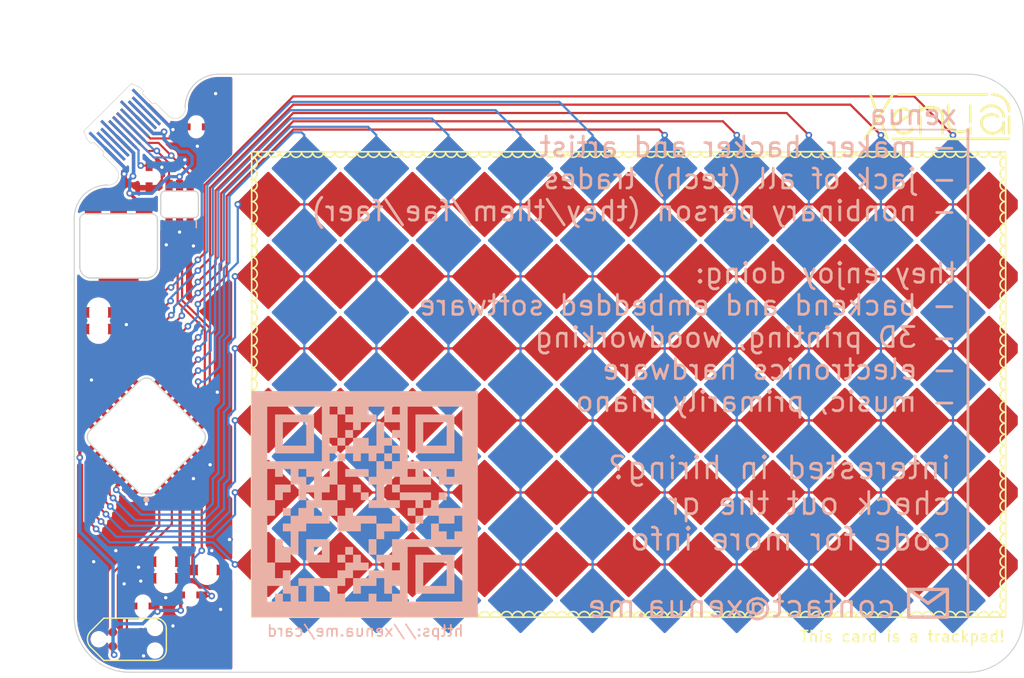
<source format=kicad_pcb>
(kicad_pcb (version 20211014) (generator pcbnew)

  (general
    (thickness 0.6)
  )

  (paper "A4")
  (layers
    (0 "F.Cu" signal)
    (31 "B.Cu" signal)
    (32 "B.Adhes" user "B.Adhesive")
    (33 "F.Adhes" user "F.Adhesive")
    (34 "B.Paste" user)
    (35 "F.Paste" user)
    (36 "B.SilkS" user "B.Silkscreen")
    (37 "F.SilkS" user "F.Silkscreen")
    (38 "B.Mask" user)
    (39 "F.Mask" user)
    (40 "Dwgs.User" user "User.Drawings")
    (41 "Cmts.User" user "User.Comments")
    (42 "Eco1.User" user "User.Eco1")
    (43 "Eco2.User" user "User.Eco2")
    (44 "Edge.Cuts" user)
    (45 "Margin" user)
    (46 "B.CrtYd" user "B.Courtyard")
    (47 "F.CrtYd" user "F.Courtyard")
    (48 "B.Fab" user)
    (49 "F.Fab" user)
    (50 "User.1" user)
    (51 "User.2" user)
    (52 "User.3" user)
    (53 "User.4" user)
    (54 "User.5" user)
    (55 "User.6" user)
    (56 "User.7" user)
    (57 "User.8" user)
    (58 "User.9" user)
  )

  (setup
    (stackup
      (layer "F.SilkS" (type "Top Silk Screen") (color "White"))
      (layer "F.Paste" (type "Top Solder Paste"))
      (layer "F.Mask" (type "Top Solder Mask") (color "Black") (thickness 0.01))
      (layer "F.Cu" (type "copper") (thickness 0.035))
      (layer "dielectric 1" (type "core") (thickness 0.51) (material "FR4") (epsilon_r 4.5) (loss_tangent 0.02))
      (layer "B.Cu" (type "copper") (thickness 0.035))
      (layer "B.Mask" (type "Bottom Solder Mask") (color "Black") (thickness 0.01))
      (layer "B.Paste" (type "Bottom Solder Paste"))
      (layer "B.SilkS" (type "Bottom Silk Screen") (color "White"))
      (copper_finish "HAL lead-free")
      (dielectric_constraints no)
    )
    (pad_to_mask_clearance 0)
    (pcbplotparams
      (layerselection 0x00010fc_ffffffff)
      (disableapertmacros false)
      (usegerberextensions false)
      (usegerberattributes true)
      (usegerberadvancedattributes true)
      (creategerberjobfile true)
      (svguseinch false)
      (svgprecision 6)
      (excludeedgelayer true)
      (plotframeref false)
      (viasonmask false)
      (mode 1)
      (useauxorigin false)
      (hpglpennumber 1)
      (hpglpenspeed 20)
      (hpglpendiameter 15.000000)
      (dxfpolygonmode true)
      (dxfimperialunits true)
      (dxfusepcbnewfont true)
      (psnegative false)
      (psa4output false)
      (plotreference true)
      (plotvalue true)
      (plotinvisibletext false)
      (sketchpadsonfab false)
      (subtractmaskfromsilk false)
      (outputformat 1)
      (mirror false)
      (drillshape 1)
      (scaleselection 1)
      (outputdirectory "")
    )
  )

  (net 0 "")
  (net 1 "GND")
  (net 2 "Net-(C2-Pad2)")
  (net 3 "+3V3")
  (net 4 "unconnected-(J1-PadB8)")
  (net 5 "/DM")
  (net 6 "/DP")
  (net 7 "Net-(J1-PadB5)")
  (net 8 "VBUS")
  (net 9 "Net-(J1-PadA5)")
  (net 10 "unconnected-(J1-PadA8)")
  (net 11 "/SWDIO")
  (net 12 "/RST")
  (net 13 "/SWCLK")
  (net 14 "unconnected-(J2-Pad6)")
  (net 15 "/USBD+")
  (net 16 "/USBD-")
  (net 17 "unconnected-(U3-Pad1)")
  (net 18 "unconnected-(U3-Pad2)")
  (net 19 "/Y0")
  (net 20 "/Y1")
  (net 21 "/Y2")
  (net 22 "/Y3")
  (net 23 "/Y4")
  (net 24 "/Y5")
  (net 25 "/X0")
  (net 26 "/X1")
  (net 27 "/X2")
  (net 28 "/X3")
  (net 29 "unconnected-(U3-Pad15)")
  (net 30 "unconnected-(U3-Pad16)")
  (net 31 "/X4")
  (net 32 "/X5")
  (net 33 "/X6")
  (net 34 "/X7")
  (net 35 "/X10")
  (net 36 "/X11")
  (net 37 "unconnected-(U3-Pad25)")
  (net 38 "unconnected-(U3-Pad27)")

  (footprint "xenua:SOT-223-3_TabPin2_MidMount" (layer "F.Cu") (at 104 115.5 -90))

  (footprint "xenua:SOT-23-6_MidMount" (layer "F.Cu") (at 109.5 111.75 90))

  (footprint "xenua:0603_1608Metric_Pad1.08x0.95mm_MidMount" (layer "F.Cu") (at 102.2 123))

  (footprint "xenua:sig-medium" (layer "F.Cu") (at 171.315002 105.834999))

  (footprint "xenua:0402_1005Metric_Pad0.74x0.62mm_MidMount" (layer "F.Cu") (at 106.2 148 180))

  (footprint "xenua:USB_C_PCB" (layer "F.Cu") (at 103 103 45))

  (footprint "xenua:0402_1005Metric_Pad0.74x0.62mm_MidMount" (layer "F.Cu") (at 111 104.75))

  (footprint "xenua:0603_1608Metric_Pad1.08x0.95mm_MidMount" (layer "F.Cu") (at 108.25 144 180))

  (footprint "xenua:0603_1608Metric_Pad1.08x0.95mm_MidMount" (layer "F.Cu") (at 102.2 121.5))

  (footprint "xenua:0603_1608Metric_Pad1.08x0.95mm_MidMount" (layer "F.Cu") (at 112 144.75 180))

  (footprint "xenua:LQFP-32_7x7mm_P0.8mm_midmount" (layer "F.Cu") (at 106.5 132.75 135))

  (footprint "xenua:0402_1005Metric_Pad0.74x0.62mm_MidMount" (layer "F.Cu") (at 110.5 147 180))

  (footprint "xenua:0402_1005Metric_Pad0.74x0.62mm_MidMount" (layer "F.Cu") (at 106.75 109.25 90))

  (footprint "xenua:0603_1608Metric_Pad1.08x0.95mm_MidMount" (layer "F.Cu") (at 108.25 145.5 180))

  (footprint "xenua:TC2030" (layer "F.Cu") (at 104.75 151))

  (gr_poly
    (pts
      (xy 125.848275 138.448276)
      (xy 125.848275 137.744828)
      (xy 126.551724 137.744828)
      (xy 126.551724 138.448276)
    ) (layer "B.SilkS") (width 0) (fill solid) (tstamp 03c7a2b2-05ee-4ec6-a67d-44b0d8e9e513))
  (gr_poly
    (pts
      (xy 132.882757 138.448276)
      (xy 132.882757 137.744828)
      (xy 133.586205 137.744828)
      (xy 133.586205 138.448276)
    ) (layer "B.SilkS") (width 0) (fill solid) (tstamp 0ea978d5-cdf1-4d51-bed3-107e990e40ed))
  (gr_line (start 177 147.75) (end 175.25 146.5) (layer "B.SilkS") (width 0.3) (tstamp 17c31e22-52e9-4d92-92dc-6367e41b9ce7))
  (gr_poly
    (pts
      (xy 116 149)
      (xy 116 128.600002)
      (xy 117.406897 128.600002)
      (xy 117.406897 130.006898)
      (xy 117.406897 134.931036)
      (xy 117.406897 135.634484)
      (xy 117.406897 138.448276)
      (xy 118.110346 138.448276)
      (xy 118.110346 137.04138)
      (xy 119.517243 137.04138)
      (xy 119.517243 137.744828)
      (xy 118.813793 137.744828)
      (xy 118.813793 138.448276)
      (xy 118.110346 138.448276)
      (xy 118.110346 139.855173)
      (xy 117.406897 139.855173)
      (xy 117.406897 144.075862)
      (xy 117.406897 146.186207)
      (xy 117.406897 147.593103)
      (xy 118.110346 147.593103)
      (xy 118.110346 146.889654)
      (xy 118.813793 146.889654)
      (xy 118.813793 147.593103)
      (xy 119.517243 147.593103)
      (xy 119.517243 146.889654)
      (xy 118.813793 146.889654)
      (xy 118.813793 146.186207)
      (xy 117.406897 146.186207)
      (xy 117.406897 144.075862)
      (xy 118.110346 144.075862)
      (xy 118.110346 141.965518)
      (xy 118.813793 141.965518)
      (xy 118.813793 142.668966)
      (xy 119.517243 142.668966)
      (xy 119.517243 141.262069)
      (xy 118.813793 141.262069)
      (xy 118.813793 140.558621)
      (xy 119.517243 140.558621)
      (xy 119.517243 139.855173)
      (xy 120.22069 139.855173)
      (xy 120.22069 139.151725)
      (xy 120.924138 139.151725)
      (xy 120.924138 138.448276)
      (xy 120.22069 138.448276)
      (xy 120.22069 137.04138)
      (xy 119.517243 137.04138)
      (xy 119.517243 135.634484)
      (xy 118.813793 135.634484)
      (xy 118.813793 136.337932)
      (xy 118.110346 136.337932)
      (xy 118.110346 135.634484)
      (xy 117.406897 135.634484)
      (xy 117.406897 134.931036)
      (xy 120.22069 134.931036)
      (xy 120.22069 135.634484)
      (xy 120.22069 136.337932)
      (xy 120.924138 136.337932)
      (xy 120.924138 137.04138)
      (xy 120.924138 137.744828)
      (xy 120.924138 138.448276)
      (xy 121.627587 138.448276)
      (xy 121.627587 139.151725)
      (xy 121.627587 139.855173)
      (xy 122.331034 139.855173)
      (xy 122.331034 139.151725)
      (xy 121.627587 139.151725)
      (xy 121.627587 138.448276)
      (xy 121.627587 137.744828)
      (xy 120.924138 137.744828)
      (xy 120.924138 137.04138)
      (xy 121.627587 137.04138)
      (xy 121.627587 136.337932)
      (xy 120.924138 136.337932)
      (xy 120.924138 135.634484)
      (xy 120.22069 135.634484)
      (xy 120.22069 134.931036)
      (xy 122.331034 134.931036)
      (xy 122.331034 135.634484)
      (xy 122.331034 136.337932)
      (xy 123.034482 136.337932)
      (xy 123.034482 137.04138)
      (xy 123.034482 137.744828)
      (xy 122.331034 137.744828)
      (xy 122.331034 138.448276)
      (xy 123.034482 138.448276)
      (xy 123.034482 139.855173)
      (xy 123.034482 140.558621)
      (xy 120.924138 140.558621)
      (xy 120.924138 141.262069)
      (xy 120.22069 141.262069)
      (xy 120.22069 143.372413)
      (xy 119.517243 143.372413)
      (xy 119.517243 144.075862)
      (xy 118.110346 144.075862)
      (xy 118.110346 145.482757)
      (xy 118.813793 145.482757)
      (xy 118.813793 144.77931)
      (xy 119.517243 144.77931)
      (xy 119.517243 146.186207)
      (xy 120.22069 146.186207)
      (xy 120.22069 147.593103)
      (xy 120.924138 147.593103)
      (xy 120.924138 146.186207)
      (xy 120.22069 146.186207)
      (xy 120.22069 145.482757)
      (xy 121.627587 145.482757)
      (xy 121.627587 146.186207)
      (xy 121.627587 147.593103)
      (xy 123.034482 147.593103)
      (xy 123.034482 146.186207)
      (xy 121.627587 146.186207)
      (xy 121.627587 145.482757)
      (xy 123.737931 145.482757)
      (xy 123.737931 144.77931)
      (xy 124.441379 144.77931)
      (xy 124.441379 145.482757)
      (xy 124.441379 146.186207)
      (xy 123.737931 146.186207)
      (xy 123.737931 146.889654)
      (xy 124.441379 146.889654)
      (xy 124.441379 147.593103)
      (xy 126.551724 147.593103)
      (xy 126.551724 146.889654)
      (xy 127.255172 146.889654)
      (xy 127.255172 147.593103)
      (xy 128.662068 147.593103)
      (xy 128.662068 146.889654)
      (xy 127.95862 146.889654)
      (xy 127.95862 145.482757)
      (xy 127.255172 145.482757)
      (xy 127.255172 146.186207)
      (xy 125.848275 146.186207)
      (xy 125.848275 146.889654)
      (xy 125.144827 146.889654)
      (xy 125.144827 145.482757)
      (xy 124.441379 145.482757)
      (xy 124.441379 144.77931)
      (xy 124.441379 144.075862)
      (xy 123.737931 144.075862)
      (xy 123.737931 143.372413)
      (xy 124.441379 143.372413)
      (xy 124.441379 144.075862)
      (xy 125.144827 144.075862)
      (xy 125.144827 144.77931)
      (xy 125.144827 145.482757)
      (xy 126.551724 145.482757)
      (xy 126.551724 144.77931)
      (xy 125.144827 144.77931)
      (xy 125.144827 144.075862)
      (xy 125.144827 143.372413)
      (xy 124.441379 143.372413)
      (xy 124.441379 142.668966)
      (xy 125.144827 142.668966)
      (xy 125.144827 143.372413)
      (xy 125.848275 143.372413)
      (xy 125.848275 144.075862)
      (xy 126.551724 144.075862)
      (xy 126.551724 144.77931)
      (xy 127.95862 144.77931)
      (xy 127.95862 144.075862)
      (xy 127.255172 144.075862)
      (xy 127.255172 143.372413)
      (xy 126.551724 143.372413)
      (xy 126.551724 141.965518)
      (xy 127.255172 141.965518)
      (xy 127.255172 140.558621)
      (xy 125.848275 140.558621)
      (xy 125.848275 141.262069)
      (xy 123.737931 141.262069)
      (xy 123.737931 139.855173)
      (xy 123.034482 139.855173)
      (xy 123.034482 138.448276)
      (xy 123.737931 138.448276)
      (xy 123.737931 137.04138)
      (xy 123.034482 137.04138)
      (xy 123.034482 136.337932)
      (xy 123.034482 135.634484)
      (xy 122.331034 135.634484)
      (xy 122.331034 134.931036)
      (xy 122.331034 130.006898)
      (xy 117.406897 130.006898)
      (xy 117.406897 128.600002)
      (xy 123.034482 128.600002)
      (xy 123.034482 130.006898)
      (xy 123.034482 130.710346)
      (xy 123.034482 132.820691)
      (xy 123.034482 133.524139)
      (xy 123.034482 134.227587)
      (xy 123.034482 134.931036)
      (xy 123.737931 134.931036)
      (xy 123.737931 134.227587)
      (xy 123.034482 134.227587)
      (xy 123.034482 133.524139)
      (xy 123.737931 133.524139)
      (xy 123.737931 134.227587)
      (xy 124.441379 134.227587)
      (xy 124.441379 134.931036)
      (xy 123.737931 134.931036)
      (xy 123.737931 137.04138)
      (xy 124.441379 137.04138)
      (xy 124.441379 138.448276)
      (xy 123.737931 138.448276)
      (xy 123.737931 139.855173)
      (xy 124.441379 139.855173)
      (xy 124.441379 139.151725)
      (xy 125.144827 139.151725)
      (xy 125.144827 139.855173)
      (xy 127.255172 139.855173)
      (xy 127.255172 140.558621)
      (xy 128.662068 140.558621)
      (xy 128.662068 139.855173)
      (xy 129.365516 139.855173)
      (xy 129.365516 141.262069)
      (xy 127.95862 141.262069)
      (xy 127.95862 141.965518)
      (xy 127.255172 141.965518)
      (xy 127.255172 143.372413)
      (xy 128.662068 143.372413)
      (xy 128.662068 144.075862)
      (xy 128.662068 144.77931)
      (xy 128.662068 146.186207)
      (xy 128.662068 146.889654)
      (xy 129.365516 146.889654)
      (xy 129.365516 146.186207)
      (xy 128.662068 146.186207)
      (xy 128.662068 144.77931)
      (xy 129.365516 144.77931)
      (xy 129.365516 144.075862)
      (xy 128.662068 144.075862)
      (xy 128.662068 143.372413)
      (xy 128.662068 141.965518)
      (xy 130.068964 141.965518)
      (xy 130.068964 142.668966)
      (xy 130.068964 147.593103)
      (xy 134.993102 147.593103)
      (xy 134.993102 142.668966)
      (xy 130.068964 142.668966)
      (xy 130.068964 141.965518)
      (xy 132.179309 141.965518)
      (xy 132.179309 140.558621)
      (xy 132.882757 140.558621)
      (xy 132.882757 139.855173)
      (xy 131.475861 139.855173)
      (xy 131.475861 140.558621)
      (xy 130.772413 140.558621)
      (xy 130.772413 139.855173)
      (xy 130.068964 139.855173)
      (xy 130.068964 139.151725)
      (xy 130.772413 139.151725)
      (xy 130.772413 139.855173)
      (xy 131.475861 139.855173)
      (xy 131.475861 139.151725)
      (xy 130.772413 139.151725)
      (xy 130.772413 138.448276)
      (xy 129.365516 138.448276)
      (xy 129.365516 139.151725)
      (xy 126.551724 139.151725)
      (xy 126.551724 138.448276)
      (xy 127.255172 138.448276)
      (xy 127.255172 137.04138)
      (xy 126.551724 137.04138)
      (xy 126.551724 136.337932)
      (xy 127.255172 136.337932)
      (xy 127.255172 134.931036)
      (xy 126.551724 134.931036)
      (xy 126.551724 134.227587)
      (xy 125.848275 134.227587)
      (xy 125.848275 134.931036)
      (xy 125.144827 134.931036)
      (xy 125.144827 134.227587)
      (xy 124.441379 134.227587)
      (xy 124.441379 133.524139)
      (xy 123.737931 133.524139)
      (xy 123.737931 132.820691)
      (xy 123.034482 132.820691)
      (xy 123.034482 130.710346)
      (xy 123.737931 130.710346)
      (xy 123.737931 132.820691)
      (xy 124.441379 132.820691)
      (xy 124.441379 133.524139)
      (xy 125.144827 133.524139)
      (xy 125.144827 132.820691)
      (xy 124.441379 132.820691)
      (xy 124.441379 132.117243)
      (xy 125.144827 132.117243)
      (xy 125.144827 131.413795)
      (xy 124.441379 131.413795)
      (xy 124.441379 130.710346)
      (xy 123.737931 130.710346)
      (xy 123.737931 130.006898)
      (xy 123.034482 130.006898)
      (xy 123.034482 128.600002)
      (xy 124.441379 128.600002)
      (xy 124.441379 130.006898)
      (xy 124.441379 130.710346)
      (xy 125.144827 130.710346)
      (xy 125.144827 130.006898)
      (xy 124.441379 130.006898)
      (xy 124.441379 128.600002)
      (xy 125.848275 128.600002)
      (xy 125.848275 131.413795)
      (xy 125.848275 132.117243)
      (xy 125.144827 132.117243)
      (xy 125.144827 132.820691)
      (xy 126.551724 132.820691)
      (xy 126.551724 133.524139)
      (xy 127.255172 133.524139)
      (xy 127.255172 134.227587)
      (xy 127.255172 134.931036)
      (xy 127.95862 134.931036)
      (xy 127.95862 135.634484)
      (xy 127.95862 137.04138)
      (xy 127.95862 138.448276)
      (xy 129.365516 138.448276)
      (xy 129.365516 137.744828)
      (xy 128.662068 137.744828)
      (xy 128.662068 137.04138)
      (xy 127.95862 137.04138)
      (xy 127.95862 135.634484)
      (xy 128.662068 135.634484)
      (xy 128.662068 136.337932)
      (xy 128.662068 137.04138)
      (xy 129.365516 137.04138)
      (xy 129.365516 136.337932)
      (xy 128.662068 136.337932)
      (xy 128.662068 135.634484)
      (xy 128.662068 134.931036)
      (xy 127.95862 134.931036)
      (xy 127.95862 134.227587)
      (xy 127.255172 134.227587)
      (xy 127.255172 133.524139)
      (xy 127.255172 131.413795)
      (xy 125.848275 131.413795)
      (xy 125.848275 128.600002)
      (xy 126.551724 128.600002)
      (xy 126.551724 130.006898)
      (xy 126.551724 130.710346)
      (xy 127.255172 130.710346)
      (xy 127.255172 131.413795)
      (xy 127.95862 131.413795)
      (xy 127.95862 132.820691)
      (xy 127.95862 133.524139)
      (xy 127.95862 134.227587)
      (xy 128.662068 134.227587)
      (xy 128.662068 134.931036)
      (xy 129.365516 134.931036)
      (xy 129.365516 134.227587)
      (xy 128.662068 134.227587)
      (xy 128.662068 133.524139)
      (xy 127.95862 133.524139)
      (xy 127.95862 132.820691)
      (xy 128.662068 132.820691)
      (xy 128.662068 133.524139)
      (xy 129.365516 133.524139)
      (xy 129.365516 132.820691)
      (xy 128.662068 132.820691)
      (xy 128.662068 132.117243)
      (xy 129.365516 132.117243)
      (xy 129.365516 131.413795)
      (xy 127.95862 131.413795)
      (xy 127.95862 130.006898)
      (xy 126.551724 130.006898)
      (xy 126.551724 128.600002)
      (xy 128.662068 128.600002)
      (xy 128.662068 130.006898)
      (xy 128.662068 130.710346)
      (xy 129.365516 130.710346)
      (xy 129.365516 130.006898)
      (xy 128.662068 130.006898)
      (xy 128.662068 128.600002)
      (xy 130.068964 128.600002)
      (xy 130.068964 130.006898)
      (xy 130.068964 134.931036)
      (xy 130.068964 135.634484)
      (xy 130.068964 136.337932)
      (xy 130.772413 136.337932)
      (xy 130.772413 135.634484)
      (xy 130.068964 135.634484)
      (xy 130.068964 134.931036)
      (xy 131.475861 134.931036)
      (xy 131.475861 135.634484)
      (xy 131.475861 136.337932)
      (xy 132.179309 136.337932)
      (xy 132.179309 137.04138)
      (xy 129.365516 137.04138)
      (xy 129.365516 137.744828)
      (xy 131.475861 137.744828)
      (xy 131.475861 138.448276)
      (xy 131.475861 139.151725)
      (xy 132.179309 139.151725)
      (xy 132.179309 138.448276)
      (xy 131.475861 138.448276)
      (xy 131.475861 137.744828)
      (xy 132.179309 137.744828)
      (xy 132.179309 138.448276)
      (xy 132.882757 138.448276)
      (xy 132.882757 139.151725)
      (xy 134.289654 139.151725)
      (xy 134.289654 139.855173)
      (xy 134.289654 140.558621)
      (xy 132.882757 140.558621)
      (xy 132.882757 141.262069)
      (xy 133.586205 141.262069)
      (xy 133.586205 141.965518)
      (xy 134.289654 141.965518)
      (xy 134.289654 141.262069)
      (xy 134.993102 141.262069)
      (xy 134.993102 139.855173)
      (xy 134.289654 139.855173)
      (xy 134.289654 139.151725)
      (xy 134.993102 139.151725)
      (xy 134.993102 137.04138)
      (xy 132.882757 137.04138)
      (xy 132.882757 136.337932)
      (xy 132.179309 136.337932)
      (xy 132.179309 135.634484)
      (xy 131.475861 135.634484)
      (xy 131.475861 134.931036)
      (xy 133.586205 134.931036)
      (xy 133.586205 135.634484)
      (xy 133.586205 136.337932)
      (xy 134.289654 136.337932)
      (xy 134.289654 135.634484)
      (xy 133.586205 135.634484)
      (xy 133.586205 134.931036)
      (xy 134.993102 134.931036)
      (xy 134.993102 130.006898)
      (xy 130.068964 130.006898)
      (xy 130.068964 128.600002)
      (xy 136.399998 128.600002)
      (xy 136.399998 149)
    ) (layer "B.SilkS") (width 0) (fill solid) (tstamp 40291e2b-d5f7-4314-b60f-54d360575da2))
  (gr_poly
    (pts
      (xy 124.441379 136.337932)
      (xy 124.441379 135.634484)
      (xy 126.551724 135.634484)
      (xy 126.551724 136.337932)
    ) (layer "B.SilkS") (width 0) (fill solid) (tstamp 470d021f-def7-49ec-a850-a1e2f0e97df0))
  (gr_poly
    (pts
      (xy 120.924138 144.075862)
      (xy 120.924138 141.965518)
      (xy 121.627587 141.965518)
      (xy 121.627587 142.668966)
      (xy 121.627587 143.372413)
      (xy 122.331034 143.372413)
      (xy 122.331034 142.668966)
      (xy 121.627587 142.668966)
      (xy 121.627587 141.965518)
      (xy 123.034482 141.965518)
      (xy 123.034482 144.075862)
    ) (layer "B.SilkS") (width 0) (fill solid) (tstamp 5bb757bb-b4f5-45b5-a65e-ca9928a40feb))
  (gr_poly
    (pts
      (xy 118.813793 139.855173)
      (xy 118.813793 139.151725)
      (xy 119.517243 139.151725)
      (xy 119.517243 139.855173)
    ) (layer "B.SilkS") (width 0) (fill solid) (tstamp 680f2ad9-0dc1-4e84-87f2-8b5669116333))
  (gr_poly
    (pts
      (xy 130.772413 146.889654)
      (xy 130.772413 143.372413)
      (xy 131.475861 143.372413)
      (xy 131.475861 144.075862)
      (xy 131.475861 146.186207)
      (xy 133.586205 146.186207)
      (xy 133.586205 144.075862)
      (xy 131.475861 144.075862)
      (xy 131.475861 143.372413)
      (xy 134.289654 143.372413)
      (xy 134.289654 146.889654)
    ) (layer "B.SilkS") (width 0) (fill solid) (tstamp 76bd02ce-d85d-424d-bdf1-fdd3d01c434f))
  (gr_poly
    (pts
      (xy 130.772413 134.227587)
      (xy 130.772413 130.710346)
      (xy 131.475861 130.710346)
      (xy 131.475861 131.413795)
      (xy 131.475861 133.524139)
      (xy 133.586205 133.524139)
      (xy 133.586205 131.413795)
      (xy 131.475861 131.413795)
      (xy 131.475861 130.710346)
      (xy 134.289654 130.710346)
      (xy 134.289654 134.227587)
    ) (layer "B.SilkS") (width 0) (fill solid) (tstamp 8021a284-2027-4b66-96bd-9919ac9f5beb))
  (gr_poly
    (pts
      (xy 130.068964 141.262069)
      (xy 130.068964 140.558621)
      (xy 130.772413 140.558621)
      (xy 130.772413 141.262069)
    ) (layer "B.SilkS") (width 0) (fill solid) (tstamp 8933bb52-7560-40e6-a5d4-a1fc843d43c0))
  (gr_line (start 180.6 105) (end 180.6 148.98) (layer "B.SilkS") (width 0.25) (tstamp 8fecaca3-348c-46fd-8131-f790b33d0973))
  (gr_poly
    (pts
      (xy 125.144827 137.744828)
      (xy 125.144827 137.04138)
      (xy 125.848275 137.04138)
      (xy 125.848275 137.744828)
    ) (layer "B.SilkS") (width 0) (fill solid) (tstamp 9e445762-961d-4650-b416-a79f48c4b4f7))
  (gr_line (start 179.5 105) (end 172 105) (layer "B.SilkS") (width 0.15) (tstamp b3501f82-0201-4d77-84df-7ef448dbf020))
  (gr_rect (start 175.25 146.5) (end 178.75 149) (layer "B.SilkS") (width 0.3) (fill none) (tstamp e8567559-589d-4440-85ef-e770b2def704))
  (gr_poly
    (pts
      (xy 118.110346 134.227587)
      (xy 118.110346 130.710346)
      (xy 118.813793 130.710346)
      (xy 118.813793 131.413795)
      (xy 118.813793 133.524139)
      (xy 120.924138 133.524139)
      (xy 120.924138 131.413795)
      (xy 118.813793 131.413795)
      (xy 118.813793 130.710346)
      (xy 121.627587 130.710346)
      (xy 121.627587 134.227587)
    ) (layer "B.SilkS") (width 0) (fill solid) (tstamp ef503b67-5f4f-4d07-9bea-6d70e260a986))
  (gr_line (start 178.75 146.5) (end 177 147.75) (layer "B.SilkS") (width 0.3) (tstamp f0cbd8d4-dc17-4a9a-a688-e4e4728f4230))
  (gr_arc (start 116 139.5) (mid 116.5 140) (end 116 140.5) (layer "F.SilkS") (width 0.15) (tstamp 008a57b5-5c0e-46bf-a1db-1a7488d57d68))
  (gr_arc (start 159.5 149) (mid 160 148.5) (end 160.5 149) (layer "F.SilkS") (width 0.15) (tstamp 022c332a-df81-4108-91c0-167db128dd1e))
  (gr_arc locked (start 117.5 107) (mid 117 107.5) (end 116.5 107) (layer "F.SilkS") (width 0.15) (tstamp 025c5909-59c3-4b6e-8db4-f88475d8ab22))
  (gr_arc (start 116 135.5) (mid 116.5 136) (end 116 136.5) (layer "F.SilkS") (width 0.15) (tstamp 02ad0fbe-ee08-4533-bda6-5c47e76d33f5))
  (gr_arc (start 138.5 149) (mid 139 148.5) (end 139.5 149) (layer "F.SilkS") (width 0.15) (tstamp 04552b43-2213-4d6e-a797-e237bdca0f23))
  (gr_arc (start 184 109.5) (mid 183.5 109) (end 184 108.5) (layer "F.SilkS") (width 0.15) (tstamp 0969ab98-369d-43e9-9461-35c3f7a77b31))
  (gr_arc locked (start 179.5 107) (mid 179 107.5) (end 178.5 107) (layer "F.SilkS") (width 0.15) (tstamp 09f4594a-e59d-4f10-af7b-823f8d694819))
  (gr_arc (start 180.5 149) (mid 181 148.5) (end 181.5 149) (layer "F.SilkS") (width 0.15) (tstamp 09f990ca-3fe7-44ce-928a-791f58b848e6))
  (gr_arc (start 133.5 149) (mid 134 148.5) (end 134.5 149) (layer "F.SilkS") (width 0.15) (tstamp 0be2209f-dbfa-4850-ba99-be6ec8ce4396))
  (gr_arc locked (start 165.5 107) (mid 165 107.5) (end 164.5 107) (layer "F.SilkS") (width 0.15) (tstamp 0cc312d2-99b4-4009-a67b-781385dc782e))
  (gr_arc (start 165.5 149) (mid 166 148.5) (end 166.5 149) (layer "F.SilkS") (width 0.15) (tstamp 110bd742-7d8a-40fb-9d6e-6b4bc5e0b6f8))
  (gr_arc locked (start 147.5 107) (mid 147 107.5) (end 146.5 107) (layer "F.SilkS") (width 0.15) (tstamp 137296bf-9b96-49aa-bc1a-df611e3f1e1e))
  (gr_arc (start 181.5 149) (mid 182 148.5) (end 182.5 149) (layer "F.SilkS") (width 0.15) (tstamp 139b3779-61d6-4f88-9a7e-814dea295eb0))
  (gr_arc locked (start 143.5 107) (mid 143 107.5) (end 142.5 107) (layer "F.SilkS") (width 0.15) (tstamp 1571552e-0979-4fbc-a831-aa4f16a47c1e))
  (gr_arc locked (start 182.5 107) (mid 182 107.5) (end 181.5 107) (layer "F.SilkS") (width 0.15) (tstamp 17f5369b-ae5c-4d43-a78e-cbfc39140012))
  (gr_arc (start 116 117.5) (mid 116.5 118) (end 116 118.5) (layer "F.SilkS") (width 0.15) (tstamp 198c2bd4-bbff-4f41-a822-f04ff3c84a48))
  (gr_arc (start 184 137.5) (mid 183.5 137) (end 184 136.5) (layer "F.SilkS") (width 0.15) (tstamp 1aa9ea18-1613-492a-b638-447198d55ba7))
  (gr_arc locked (start 169.5 107) (mid 169 107.5) (end 168.5 107) (layer "F.SilkS") (width 0.15) (tstamp 1c64a59e-63bb-47b8-8d4c-411182b1f911))
  (gr_arc locked (start 184 107.5) (mid 183.646447 107.353553) (end 183.5 107) (layer "F.SilkS") (width 0.15) (tstamp 1c99e339-0c09-45da-ba06-06d1be99e812))
  (gr_arc (start 136.5 149) (mid 137 148.5) (end 137.5 149) (layer "F.SilkS") (width 0.15) (tstamp 1cb0dcc1-d6a1-4dcb-bc05-a60fb2bccea4))
  (gr_arc locked (start 154.5 107) (mid 154 107.5) (end 153.5 107) (layer "F.SilkS") (width 0.15) (tstamp 1d4e246c-dae5-4e1f-9a75-2c353d7855a8))
  (gr_arc (start 116 138.5) (mid 116.5 139) (end 116 139.5) (layer "F.SilkS") (width 0.15) (tstamp 1e312f56-c058-4ec0-8dfd-52dd450b425d))
  (gr_arc (start 137.5 149) (mid 138 148.5) (end 138.5 149) (layer "F.SilkS") (width 0.15) (tstamp 1f6b57ac-94ec-43a0-b4eb-de49b95b824b))
  (gr_arc (start 117.5 149) (mid 118 148.5) (end 118.5 149) (layer "F.SilkS") (width 0.15) (tstamp 1fc11096-f195-4bc4-9d64-a40902135d93))
  (gr_arc (start 160.5 149) (mid 161 148.5) (end 161.5 149) (layer "F.SilkS") (width 0.15) (tstamp 215b90e4-fdef-41f0-9fcf-89157b9f92b2))
  (gr_arc (start 184 134.5) (mid 183.5 134) (end 184 133.5) (layer "F.SilkS") (width 0.15) (tstamp 21ddb76f-da2e-4e17-95ff-4de4e345cf63))
  (gr_arc locked (start 160.5 107) (mid 160 107.5) (end 159.5 107) (layer "F.SilkS") (width 0.15) (tstamp 23830658-da56-48b1-8f2f-102b65d1ce92))
  (gr_arc (start 176.5 149) (mid 177 148.5) (end 177.5 149) (layer "F.SilkS") (width 0.15) (tstamp 23e65c19-3e78-45a6-9527-d0fdbe93db7b))
  (gr_arc (start 141.5 149) (mid 142 148.5) (end 142.5 149) (layer "F.SilkS") (width 0.15) (tstamp 24053fe5-0861-4308-9b6e-37718c8807ad))
  (gr_arc (start 134.5 149) (mid 135 148.5) (end 135.5 149) (layer "F.SilkS") (width 0.15) (tstamp 240ba213-fab2-4ec8-badb-76aa82a7eb1d))
  (gr_arc (start 161.5 149) (mid 162 148.5) (end 162.5 149) (layer "F.SilkS") (width 0.15) (tstamp 247cba40-aad9-41c3-bedd-5d91339d00ef))
  (gr_arc (start 116 121.5) (mid 116.5 122) (end 116 122.5) (layer "F.SilkS") (width 0.15) (tstamp 24deeb96-5729-4d9b-97e5-cc1a187c72a3))
  (gr_arc (start 184 113.5) (mid 183.5 113) (end 184 112.5) (layer "F.SilkS") (width 0.15) (tstamp 24fd74cb-a520-43bb-ae52-55327428d871))
  (gr_arc locked (start 168.5 107) (mid 168 107.5) (end 167.5 107) (layer "F.SilkS") (width 0.15) (tstamp 259dcf64-6849-45ad-ab5a-a6a39fa6fdcb))
  (gr_arc (start 116 119.5) (mid 116.5 120) (end 116 120.5) (layer "F.SilkS") (width 0.15) (tstamp 25a1a51b-9a62-4734-a75d-852bc7c39cf6))
  (gr_arc locked (start 175.5 107) (mid 175 107.5) (end 174.5 107) (layer "F.SilkS") (width 0.15) (tstamp 26697a7f-67bb-4248-92d2-d4a3f2e987fc))
  (gr_arc (start 121.5 149) (mid 122 148.5) (end 122.5 149) (layer "F.SilkS") (width 0.15) (tstamp 27b32c53-6c2e-4e48-b561-d82685e444c8))
  (gr_arc (start 182.5 149) (mid 183 148.5) (end 183.5 149) (layer "F.SilkS") (width 0.15) (tstamp 2921c07f-9cf6-4352-9804-fc248b043f7a))
  (gr_arc (start 152.5 149) (mid 153 148.5) (end 153.5 149) (layer "F.SilkS") (width 0.15) (tstamp 295f0b1d-e5e4-4584-8217-0b1aea3121ae))
  (gr_arc (start 184 129.5) (mid 183.5 129) (end 184 128.5) (layer "F.SilkS") (width 0.15) (tstamp 297f5178-4be8-4a1a-87d9-fcf7039ddcd3))
  (gr_arc (start 184 148.5) (mid 183.5 148) (end 184 147.5) (layer "F.SilkS") (width 0.15) (tstamp 2d4154c2-18be-49cf-a359-7a5bd56cd0f2))
  (gr_arc locked (start 163.5 107) (mid 163 107.5) (end 162.5 107) (layer "F.SilkS") (width 0.15) (tstamp 2ecea752-9792-4722-891a-b3cd7d293cbc))
  (gr_arc locked (start 177.5 107) (mid 177 107.5) (end 176.5 107) (layer "F.SilkS") (width 0.15) (tstamp 2f598765-777c-4779-8b15-ed8c32648edb))
  (gr_arc (start 184 128.5) (mid 183.5 128) (end 184 127.5) (layer "F.SilkS") (width 0.15) (tstamp 30831b16-8fd8-41a8-b9b6-2fa050b6422e))
  (gr_arc (start 124.5 149) (mid 125 148.5) (end 125.5 149) (layer "F.SilkS") (width 0.15) (tstamp 33ed209c-5a31-4554-8e80-46ce5a59986c))
  (gr_arc (start 166.5 149) (mid 167 148.5) (end 167.5 149) (layer "F.SilkS") (width 0.15) (tstamp 34f471c2-1d58-41f7-ab68-72c46c6b1445))
  (gr_arc (start 148.5 149) (mid 149 148.5) (end 149.5 149) (layer "F.SilkS") (width 0.15) (tstamp 35598f7d-1f66-4a29-b275-783aae7d2369))
  (gr_arc (start 116 109.5) (mid 116.5 110) (end 116 110.5) (layer "F.SilkS") (width 0.15) (tstamp 3809427f-b179-444a-867e-201b12cce7eb))
  (gr_arc locked (start 157.5 107) (mid 157 107.5) (end 156.5 107) (layer "F.SilkS") (width 0.15) (tstamp 390f06ab-558d-452b-a8ab-dc27fd7fc295))
  (gr_arc (start 116 125.5) (mid 116.5 126) (end 116 126.5) (layer "F.SilkS") (width 0.15) (tstamp 3a86334e-73c2-4947-b5b2-c8d31c368579))
  (gr_arc (start 184 119.5) (mid 183.5 119) (end 184 118.5) (layer "F.SilkS") (width 0.15) (tstamp 3c077c78-0851-49dc-a6df-2361852da93a))
  (gr_arc (start 129.5 149) (mid 130 148.5) (end 130.5 149) (layer "F.SilkS") (width 0.15) (tstamp 40c181b9-69e1-492d-a95e-4f94b2c1c460))
  (gr_arc (start 120.5 149) (mid 121 148.5) (end 121.5 149) (layer "F.SilkS") (width 0.15) (tstamp 41f8c72f-974c-48bb-9e6b-bbcf760c1da1))
  (gr_arc (start 184 124.5) (mid 183.5 124) (end 184 123.5) (layer "F.SilkS") (width 0.15) (tstamp 4240b016-7ab3-412e-b440-ae53ed7d8587))
  (gr_arc (start 184 143.5) (mid 183.5 143) (end 184 142.5) (layer "F.SilkS") (width 0.15) (tstamp 424dce41-a2b4-41a5-ae06-725f30c747c7))
  (gr_arc locked (start 130.5 107) (mid 130 107.5) (end 129.5 107) (layer "F.SilkS") (width 0.15) (tstamp 428ca7bb-c996-41e0-ac86-08438aa2cb08))
  (gr_arc (start 144.5 149) (mid 145 148.5) (end 145.5 149) (layer "F.SilkS") (width 0.15) (tstamp 450ac44d-b8ea-4d30-9eba-b5f16fb40a35))
  (gr_arc (start 184 115.5) (mid 183.5 115) (end 184 114.5) (layer "F.SilkS") (width 0.15) (tstamp 46dddd88-aef5-4496-b1fd-7bdb9398fe9f))
  (gr_arc locked (start 118.5 107) (mid 118 107.5) (end 117.5 107) (layer "F.SilkS") (width 0.15) (tstamp 46f8094c-add8-4cfc-b087-52484dff67bd))
  (gr_arc locked (start 134.5 107) (mid 134 107.5) (end 133.5 107) (layer "F.SilkS") (width 0.15) (tstamp 48d5db77-9691-419e-be4f-7c05a68cfe24))
  (gr_arc (start 151.5 149) (mid 152 148.5) (end 152.5 149) (layer "F.SilkS") (width 0.15) (tstamp 4b654a41-d130-421d-80bc-783b29f4b389))
  (gr_arc (start 116 131.5) (mid 116.5 132) (end 116 132.5) (layer "F.SilkS") (width 0.15) (tstamp 4ccc3eb5-2ca3-40d1-acee-db67cfa355c0))
  (gr_arc locked (start 132.5 107) (mid 132 107.5) (end 131.5 107) (layer "F.SilkS") (width 0.15) (tstamp 5146731d-a9b8-4876-80ab-de63006baed3))
  (gr_arc (start 116 118.5) (mid 116.5 119) (end 116 119.5) (layer "F.SilkS") (width 0.15) (tstamp 52d7c97a-00f4-4a9a-ba51-1a4114123363))
  (gr_arc (start 162.5 149) (mid 163 148.5) (end 163.5 149) (layer "F.SilkS") (width 0.15) (tstamp 5329fbb3-3fd3-4a04-b153-fdc88a10b5f1))
  (gr_arc locked (start 172.5 107) (mid 172 107.5) (end 171.5 107) (layer "F.SilkS") (width 0.15) (tstamp 53c10911-45d0-4925-90b9-879e2681aefe))
  (gr_arc (start 116 137.5) (mid 116.5 138) (end 116 138.5) (layer "F.SilkS") (width 0.15) (tstamp 53e49c37-d044-4bbc-ab51-da25f043b58d))
  (gr_arc locked (start 156.5 107) (mid 156 107.5) (end 155.5 107) (layer "F.SilkS") (width 0.15) (tstamp 5559bca7-0dc6-43ea-8deb-4e84a9a7981d))
  (gr_arc locked (start 159.5 107) (mid 159 107.5) (end 158.5 107) (layer "F.SilkS") (width 0.15) (tstamp 558a4650-5f77-47f7-a136-c95838b9e605))
  (gr_arc (start 116 145.5) (mid 116.5 146) (end 116 146.5) (layer "F.SilkS") (width 0.15) (tstamp 55abc50c-544b-4aaf-a017-cc6074894c4e))
  (gr_arc (start 184 141.5) (mid 183.5 141) (end 184 140.5) (layer "F.SilkS") (width 0.15) (tstamp 5665a11f-a495-4b21-9b3c-b252a8cd4007))
  (gr_arc (start 116 113.5) (mid 116.5 114) (end 116 114.5) (layer "F.SilkS") (width 0.15) (tstamp 56694fc7-70d9-4922-8fbd-84759df0c183))
  (gr_arc (start 153.5 149) (mid 154 148.5) (end 154.5 149) (layer "F.SilkS") (width 0.15) (tstamp 570ee9c1-5e9a-4824-833d-883d6b98a8ef))
  (gr_arc (start 177.5 149) (mid 178 148.5) (end 178.5 149) (layer "F.SilkS") (width 0.15) (tstamp 57135367-88a2-4532-9749-e06b29aa3cbf))
  (gr_arc (start 116 110.5) (mid 116.5 111) (end 116 111.5) (layer "F.SilkS") (width 0.15) (tstamp 5bee9604-6d7a-4559-8e3c-161e0c2ae5ac))
  (gr_arc (start 172.5 149) (mid 173 148.5) (end 173.5 149) (layer "F.SilkS") (width 0.15) (tstamp 5cbdea87-bf9f-4955-9d83-bc5483a902c4))
  (gr_arc locked (start 149.5 107) (mid 149 107.5) (end 148.5 107) (layer "F.SilkS") (width 0.15) (tstamp 5cbdf913-9bc6-4777-b02c-eb4e1068e73f))
  (gr_arc locked (start 178.5 107) (mid 178 107.5) (end 177.5 107) (layer "F.SilkS") (width 0.15) (tstamp 5d29a73a-3e06-43ef-89ca-f5113cf87928))
  (gr_arc locked (start 158.5 107) (mid 158 107.5) (end 157.5 107) (layer "F.SilkS") (width 0.15) (tstamp 625f32f9-fc1e-4201-aec4-f363e86aff85))
  (gr_arc (start 184 127.5) (mid 183.5 127) (end 184 126.5) (layer "F.SilkS") (width 0.15) (tstamp 62d7e132-2cbd-4f61-b4b6-7e6f66dd04f0))
  (gr_arc locked (start 183.5 107) (mid 183 107.5) (end 182.5 107) (layer "F.SilkS") (width 0.15) (tstamp 64b3b1e6-c26d-42df-9183-42a96631e6f8))
  (gr_arc (start 179.5 149) (mid 180 148.5) (end 180.5 149) (layer "F.SilkS") (width 0.15) (tstamp 64ec5976-6726-4b0b-b3ef-dfab993e47c0))
  (gr_arc (start 116 130.5) (mid 116.5 131) (end 116 131.5) (layer "F.SilkS") (width 0.15) (tstamp 65ad0cc1-46ef-404a-9fac-5ef6e8e038ee))
  (gr_arc locked (start 123.5 107) (mid 123 107.5) (end 122.5 107) (layer "F.SilkS") (width 0.15) (tstamp 66116c00-f851-4624-81c0-96e3f11ab628))
  (gr_arc (start 122.5 149) (mid 123 148.5) (end 123.5 149) (layer "F.SilkS") (width 0.15) (tstamp 66c27c8b-3cad-4a2c-a4d6-82cc45cca65e))
  (gr_arc (start 158.5 149) (mid 159 148.5) (end 159.5 149) (layer "F.SilkS") (width 0.15) (tstamp 67b65338-cd82-4663-ab45-15b196c0ad16))
  (gr_arc locked (start 153.5 107) (mid 153 107.5) (end 152.5 107) (layer "F.SilkS") (width 0.15) (tstamp 6a85d245-3010-42e0-b3bd-176e8c7f8efb))
  (gr_arc (start 184 133.5) (mid 183.5 133) (end 184 132.5) (layer "F.SilkS") (width 0.15) (tstamp 6ec6eb59-abaf-4939-84ea-c870ce12d8e2))
  (gr_arc (start 155.5 149) (mid 156 148.5) (end 156.5 149) (layer "F.SilkS") (width 0.15) (tstamp 7016a5aa-e24a-47a0-a2d3-a2af29c89184))
  (gr_arc (start 147.5 149) (mid 148 148.5) (end 148.5 149) (layer "F.SilkS") (width 0.15) (tstamp 7095e68d-d1a3-4a0f-82d6-b9e123949849))
  (gr_arc (start 116.5 149) (mid 117 148.5) (end 117.5 149) (layer "F.SilkS") (width 0.15) (tstamp 710d72d1-cd78-4a3e-acd8-f4456a2b9445))
  (gr_arc locked (start 131.5 107) (mid 131 107.5) (end 130.5 107) (layer "F.SilkS") (width 0.15) (tstamp 73a70385-8ce9-4cde-a206-d662c77f5ceb))
  (gr_arc (start 184 120.5) (mid 183.5 120) (end 184 119.5) (layer "F.SilkS") (width 0.15) (tstamp 7a7afc79-11ea-40ba-917b-049054105749))
  (gr_arc locked (start 120.5 107) (mid 120 107.5) (end 119.5 107) (layer "F.SilkS") (width 0.15) (tstamp 7b96a257-797c-4f4a-b3dd-5b1e0a007ed7))
  (gr_arc (start 157.5 149) (mid 158 148.5) (end 158.5 149) (layer "F.SilkS") (width 0.15) (tstamp 7ef6bb16-d16a-4844-8e41-4156b4aba6e4))
  (gr_arc (start 131.5 149) (mid 132 148.5) (end 132.5 149) (layer "F.SilkS") (width 0.15) (tstamp 7f368547-739f-4d87-9e9f-80989ba29e8f))
  (gr_arc (start 168.5 149) (mid 169 148.5) (end 169.5 149) (layer "F.SilkS") (width 0.15) (tstamp 80537f0b-51ec-4874-8476-9a8580bf51d4))
  (gr_arc locked (start 139.5 107) (mid 139 107.5) (end 138.5 107) (layer "F.SilkS") (width 0.15) (tstamp 816ddb38-0113-40ce-a204-d14d756fc97c))
  (gr_arc (start 150.5 149) (mid 151 148.5) (end 151.5 149) (layer "F.SilkS") (width 0.15) (tstamp 81a258eb-c45c-4afa-93c8-2d30df27067c))
  (gr_arc (start 116 133.5) (mid 116.5 134) (end 116 134.5) (layer "F.SilkS") (width 0.15) (tstamp 8253b09a-4533-4264-b257-f542de61db0b))
  (gr_arc (start 116 116.5) (mid 116.5 117) (end 116 117.5) (layer "F.SilkS") (width 0.15) (tstamp 82c8fb85-eabc-46b1-959c-bb7167d80011))
  (gr_arc (start 184 138.5) (mid 183.5 138) (end 184 137.5) (layer "F.SilkS") (width 0.15) (tstamp 83327220-8458-4970-88f1-73742db87593))
  (gr_arc (start 116 123.5) (mid 116.5 124) (end 116 124.5) (layer "F.SilkS") (width 0.15) (tstamp 853e560f-79d2-4d59-8bf6-0cb9cc91437d))
  (gr_arc locked (start 128.5 107) (mid 128 107.5) (end 127.5 107) (layer "F.SilkS") (width 0.15) (tstamp 881979d2-0e17-4eb0-b966-a74877c09a2e))
  (gr_arc (start 116 141.5) (mid 116.5 142) (end 116 142.5) (layer "F.SilkS") (width 0.15) (tstamp 88467dd7-71e3-4fcb-b319-241aad5c86a7))
  (gr_arc locked (start 146.5 107) (mid 146 107.5) (end 145.5 107) (layer "F.SilkS") (width 0.15) (tstamp 885210e0-9243-4234-98c3-5b11ad25d316))
  (gr_arc locked (start 116 148.5) (mid 116.353553 148.646447) (end 116.5 149) (layer "F.SilkS") (width 0.15) (tstamp 8a16b3fa-422d-4e33-8783-4dabe8cf65e0))
  (gr_arc (start 184 135.5) (mid 183.5 135) (end 184 134.5) (layer "F.SilkS") (width 0.15) (tstamp 8bfd005a-324f-4157-885f-84ff37eebdf4))
  (gr_arc (start 184 144.5) (mid 183.5 144) (end 184 143.5) (layer "F.SilkS") (width 0.15) (tstamp 8d0dd96d-18e4-4324-9ff3-f1f1ba9fb052))
  (gr_arc (start 170.5 149) (mid 171 148.5) (end 171.5 149) (layer "F.SilkS") (width 0.15) (tstamp 8d9ba256-98f3-4d97-bbe2-b3d9b81436ca))
  (gr_arc locked (start 150.5 107) (mid 150 107.5) (end 149.5 107) (layer "F.SilkS") (width 0.15) (tstamp 8f44969a-e42d-4396-b987-b514771b4c1d))
  (gr_arc (start 184 122.5) (mid 183.5 122) (end 184 121.5) (layer "F.SilkS") (width 0.15) (tstamp 904294b3-a114-481e-b8c0-3b851fa5f0e1))
  (gr_arc (start 127.5 149) (mid 128 148.5) (end 128.5 149) (layer "F.SilkS") (width 0.15) (tstamp 90f3ecc6-d777-4e21-9291-30d656e6ac7a))
  (gr_arc (start 116 126.5) (mid 116.5 127) (end 116 127.5) (layer "F.SilkS") (width 0.15) (tstamp 91801dda-c1a4-4bd7-80b9-f08bf39ceb11))
  (gr_rect locked (start 184 149) (end 116 107) (layer "F.SilkS") (width 0.15) (fill none) (tstamp 92efb0d1-9451-466c-b6fe-1fd3b67b6d93))
  (gr_arc (start 116 124.5) (mid 116.5 125) (end 116 125.5) (layer "F.SilkS") (width 0.15) (tstamp 956576d4-ab5f-4443-9793-be47209f313e))
  (gr_arc (start 184 111.5) (mid 183.5 111) (end 184 110.5) (layer "F.SilkS") (width 0.15) (tstamp 9655ba35-47d3-4169-b523-4be8b3cae6cb))
  (gr_arc locked (start 162.5 107) (mid 162 107.5) (end 161.5 107) (layer "F.SilkS") (width 0.15) (tstamp 97143417-719e-4194-a945-6c6016df6e5e))
  (gr_arc locked (start 135.5 107) (mid 135 107.5) (end 134.5 107) (layer "F.SilkS") (width 0.15) (tstamp 99902edb-eeba-4bd1-91c2-06e990534a26))
  (gr_arc locked (start 119.5 107) (mid 119 107.5) (end 118.5 107) (layer "F.SilkS") (width 0.15) (tstamp 99be91f4-102c-49ca-a43c-cc6cf435202d))
  (gr_arc locked (start 183.5 149) (mid 183.646447 148.646447) (end 184 148.5) (layer "F.SilkS") (width 0.15) (tstamp 9b93bf65-5576-4efb-91d9-30135e7ac1d8))
  (gr_arc locked (start 166.5 107) (mid 166 107.5) (end 165.5 107) (layer "F.SilkS") (width 0.15) (tstamp 9bb086f1-b43d-4e29-b6f4-68b238806ffe))
  (gr_arc locked (start 144.5 107) (mid 144 107.5) (end 143.5 107) (layer "F.SilkS") (width 0.15) (tstamp 9c23898b-d163-44fe-bbe0-4aaf9bd16084))
  (gr_arc locked (start 152.5 107) (mid 152 107.5) (end 151.5 107) (layer "F.SilkS") (width 0.15) (tstamp 9e6c67da-0098-40ad-9c98-80a9d5acd114))
  (gr_arc (start 116 108.5) (mid 116.5 109) (end 116 109.5) (layer "F.SilkS") (width 0.15) (tstamp 9f81153d-4c32-4ad5-9cfd-9000d997c3b7))
  (gr_arc (start 184 139.5) (mid 183.5 139) (end 184 138.5) (layer "F.SilkS") (width 0.15) (tstamp a05ac567-4487-4794-a8ea-c0f4efe5379b))
  (gr_arc locked (start 180.5 107) (mid 180 107.5) (end 179.5 107) (layer "F.SilkS") (width 0.15) (tstamp a4eaa56f-15d9-43b7-80d1-96d9233ee42f))
  (gr_arc (start 116 144.5) (mid 116.5 145) (end 116 145.5) (layer "F.SilkS") (width 0.15) (tstamp a630515c-0962-43c7-893e-300da88b7868))
  (gr_arc locked (start 174.5 107) (mid 174 107.5) (end 173.5 107) (layer "F.SilkS") (width 0.15) (tstamp a879c294-7e19-414d-b28b-386ef83fc9d3))
  (gr_arc locked (start 121.5 107) (mid 121 107.5) (end 120.5 107) (layer "F.SilkS") (width 0.15) (tstamp aaab98fa-c46e-4e4f-8a0c-8897dbb9aa53))
  (gr_arc (start 116 128.5) (mid 116.5 129) (end 116 129.5) (layer "F.SilkS") (width 0.15) (tstamp aacf96cd-e94d-49ae-85d9-ec9c7f9ba33b))
  (gr_arc locked (start 141.5 107) (mid 141 107.5) (end 140.5 107) (layer "F.SilkS") (width 0.15) (tstamp ad472fbb-9d56-47c9-bbe4-307df25b5473))
  (gr_arc locked (start 125.5 107) (mid 125 107.5) (end 124.5 107) (layer "F.SilkS") (width 0.15) (tstamp ad5b4098-96de-4add-9f23-9067cf7920bb))
  (gr_arc locked (start 137.5 107) (mid 137 107.5) (end 136.5 107) (layer "F.SilkS") (width 0.15) (tstamp add03533-4742-4e4e-8156-c2b73ff726f3))
  (gr_arc (start 119.5 149) (mid 120 148.5) (end 120.5 149) (layer "F.SilkS") (width 0.15) (tstamp af2976e3-d717-408e-bc21-63e38a2d103d))
  (gr_arc (start 118.5 149) (mid 119 148.5) (end 119.5 149) (layer "F.SilkS") (width 0.15) (tstamp b01c2fa8-3b80-4541-8429-40b5ad28d61a))
  (gr_arc (start 135.5 149) (mid 136 148.5) (end 136.5 149) (layer "F.SilkS") (width 0.15) (tstamp b13e5649-e653-4e57-9f04-0b04a7a7c664))
  (gr_arc locked (start 148.5 107) (mid 148 107.5) (end 147.5 107) (layer "F.SilkS") (width 0.15) (tstamp b504d503-0d4d-4bd3-b599-349540457e40))
  (gr_arc (start 184 146.5) (mid 183.5 146) (end 184 145.5) (layer "F.SilkS") (width 0.15) (tstamp b571513a-ba36-4b11-ba9a-1753b8a9d22b))
  (gr_arc (start 184 142.5) (mid 183.5 142) (end 184 141.5) (layer "F.SilkS") (width 0.15) (tstamp b678d4e9-f944-408c-9c70-4e9aa1446eeb))
  (gr_arc locked (start 170.5 107) (mid 170 107.5) (end 169.5 107) (layer "F.SilkS") (width 0.15) (tstamp b87969ef-2577-456e-a8f7-4f313d403582))
  (gr_arc (start 116 142.5) (mid 116.5 143) (end 116 143.5) (layer "F.SilkS") (width 0.15) (tstamp bbe8bf78-1f1e-48c3-b3ff-e51a80b4c716))
  (gr_arc (start 116 112.5) (mid 116.5 113) (end 116 113.5) (layer "F.SilkS") (width 0.15) (tstamp bc6ebe3c-7527-4913-8271-e3889bdf64f1))
  (gr_arc locked (start 176.5 107) (mid 176 107.5) (end 175.5 107) (layer "F.SilkS") (width 0.15) (tstamp bdddc12b-68ec-48bd-8287-71ee28649443))
  (gr_arc locked (start 181.5 107) (mid 181 107.5) (end 180.5 107) (layer "F.SilkS") (width 0.15) (tstamp bdfc2f0c-f5cb-46ee-bfc9-8287d268b7f0))
  (gr_arc (start 184 110.5) (mid 183.5 110) (end 184 109.5) (layer "F.SilkS") (width 0.15) (tstamp becac658-219d-4e64-a4d1-8e0f627f1bc3))
  (gr_arc (start 154.5 149) (mid 155 148.5) (end 155.5 149) (layer "F.SilkS") (width 0.15) (tstamp c0a887a6-7ede-48ec-9e25-f5b408444cb3))
  (gr_arc (start 116 114.5) (mid 116.5 115) (end 116 115.5) (layer "F.SilkS") (width 0.15) (tstamp c268cd9e-ec5a-4227-87de-0ec2a47886b0))
  (gr_arc locked (start 122.5 107) (mid 122 107.5) (end 121.5 107) (layer "F.SilkS") (width 0.15) (tstamp c5dd35b2-3d76-44e6-a1b2-5214d3efbf92))
  (gr_arc (start 184 126.5) (mid 183.5 126) (end 184 125.5) (layer "F.SilkS") (width 0.15) (tstamp c6deb9c9-6bd4-49a0-bd4c-c60cb3a791c9))
  (gr_arc locked (start 151.5 107) (mid 151 107.5) (end 150.5 107) (layer "F.SilkS") (width 0.15) (tstamp c91fa6b3-d775-4ac7-93bf-1b47ac86ff15))
  (gr_arc locked (start 116 107.5) (mid 116.5 108) (end 116 108.5) (layer "F.SilkS") (width 0.15) (tstamp ca42b6d1-0a94-4842-9e14-d6f23e668736))
  (gr_arc (start 116 136.5) (mid 116.5 137) (end 116 137.5) (layer "F.SilkS") (width 0.15) (tstamp cb5fde9a-2c93-4b63-9a86-ac3692e75518))
  (gr_arc (start 145.5 149) (mid 146 148.5) (end 146.5 149) (layer "F.SilkS") (width 0.15) (tstamp cc0c7b75-922e-426e-a3e7-71607e634ea9))
  (gr_arc (start 116 120.5) (mid 116.5 121) (end 116 121.5) (layer "F.SilkS") (width 0.15) (tstamp cc22b785-1cc5-4c8c-be7f-f421796b9e64))
  (gr_arc locked (start 173.5 107) (mid 173 107.5) (end 172.5 107) (layer "F.SilkS") (width 0.15) (tstamp ce03d615-9c25-4c37-b067-12640875431f))
  (gr_arc (start 116 147.5) (mid 116.5 148) (end 116 148.5) (layer "F.SilkS") (width 0.15) (tstamp cefd4311-1254-4a6c-aa4f-b8e71ce87c6c))
  (gr_arc (start 184 131.5) (mid 183.5 131) (end 184 130.5) (layer "F.SilkS") (width 0.15) (tstamp cf4f7040-d0ba-4aea-82e6-28e70ba10b1b))
  (gr_arc (start 184 130.5) (mid 183.5 130) (end 184 129.5) (layer "F.SilkS") (width 0.15) (tstamp cfe4ed5a-96be-4fcd-ae9b-1f0ffb46a7fc))
  (gr_arc locked (start 171.5 107) (mid 171 107.5) (end 170.5 107) (layer "F.SilkS") (width 0.15) (tstamp d00ca440-480c-4d99-abd8-9aa2033601d6))
  (gr_arc (start 184 121.5) (mid 183.5 121) (end 184 120.5) (layer "F.SilkS") (width 0.15) (tstamp d0487245-8c5f-4727-ae18-eeb3e38044bd))
  (gr_arc locked (start 138.5 107) (mid 138 107.5) (end 137.5 107) (layer "F.SilkS") (width 0.15) (tstamp d0eb2b81-ff5c-4bd6-be2b-ba649bc03ac4))
  (gr_arc (start 116 115.5) (mid 116.5 116) (end 116 116.5) (layer "F.SilkS") (width 0.15) (tstamp d27ec26d-9cae-4b74-a375-d25eda2614ec))
  (gr_arc locked (start 167.5 107) (mid 167 107.5) (end 166.5 107) (layer "F.SilkS") (width 0.15) (tstamp d38c2206-5968-41cb-a4da-d4e9405e878d))
  (gr_arc (start 140.5 149) (mid 141 148.5) (end 141.5 149) (layer "F.SilkS") (width 0.15) (tstamp d3be97fa-6163-4055-94fd-575dc9ece6b9))
  (gr_arc (start 125.5 149) (mid 126 148.5) (end 126.5 149) (layer "F.SilkS") (width 0.15) (tstamp d542150f-09d6-4629-840d-6da90d5ba331))
  (gr_arc locked (start 129.5 107) (mid 129 107.5) (end 128.5 107) (layer "F.SilkS") (width 0.15) (tstamp d6b68d11-5215-46a1-b9ae-15b99c7e6ff7))
  (gr_arc locked (start 142.5 107) (mid 142 107.5) (end 141.5 107) (layer "F.SilkS") (width 0.15) (tstamp d6f80644-24df-4c9e-8581-c806e991b3d1))
  (gr_arc (start 163.5 149) (mid 164 148.5) (end 164.5 149) (layer "F.SilkS") (width 0.15) (tstamp d72cd7e8-4f0a-4e5d-8aaf-90c7b193bdd7))
  (gr_arc (start 169.5 149) (mid 170 148.5) (end 170.5 149) (layer "F.SilkS") (width 0.15) (tstamp d7912757-8d2e-4f55-ae57-2f07848e797d))
  (gr_arc locked (start 164.5 107) (mid 164 107.5) (end 163.5 107) (layer "F.SilkS") (width 0.15) (tstamp d8f58550-73e1-483c-a089-2390cc0f38eb))
  (gr_arc (start 184 147.5) (mid 183.5 147) (end 184 146.5) (layer "F.SilkS") (width 0.15) (tstamp d99f3cf9-1829-48f1-bc05-471c8396210b))
  (gr_arc locked (start 140.5 107) (mid 140 107.5) (end 139.5 107) (layer "F.SilkS") (width 0.15) (tstamp da791ace-9fa7-4a12-b839-0bb9a7a1bb5e))
  (gr_arc locked (start 133.5 107) (mid 133 107.5) (end 132.5 107) (layer "F.SilkS") (width 0.15) (tstamp db786ae1-6617-4810-a833-37f9ce7e669b))
  (gr_arc (start 184 125.5) (mid 183.5 125) (end 184 124.5) (layer "F.SilkS") (width 0.15) (tstamp db993fec-7d8a-4ccc-9bc2-c329f02c88f1))
  (gr_arc (start 156.5 149) (mid 157 148.5) (end 157.5 149) (layer "F.SilkS") (width 0.15) (tstamp dd01c047-e963-4a96-8e18-6490b52e3678))
  (gr_arc (start 184 112.5) (mid 183.5 112) (end 184 111.5) (layer "F.SilkS") (width 0.15) (tstamp dd6abf1a-4d73-4ac6-a78d-248e77dfbea3))
  (gr_arc (start 167.5 149) (mid 168 148.5) (end 168.5 149) (layer "F.SilkS") (width 0.15) (tstamp dd6ee612-9144-452f-b57c-30f9c138b793))
  (gr_arc (start 142.5 149) (mid 143 148.5) (end 143.5 149) (layer "F.SilkS") (width 0.15) (tstamp de2663d9-cfce-4455-9b8d-5ceda6e2a445))
  (gr_arc (start 184 123.5) (mid 183.5 123) (end 184 122.5) (layer "F.SilkS") (width 0.15) (tstamp deb5cbce-6de6-46c2-8ae4-d5738d702bbb))
  (gr_arc (start 184 116.5) (mid 183.5 116) (end 184 115.5) (layer "F.SilkS") (width 0.15) (tstamp dedf816f-1f42-4b0d-8071-f463a90a4bce))
  (gr_arc (start 116 132.5) (mid 116.5 133) (end 116 133.5) (layer "F.SilkS") (width 0.15) (tstamp dee8b491-0e8a-42a1-86e0-30c6bf62c91e))
  (gr_arc (start 178.5 149) (mid 179 148.5) (end 179.5 149) (layer "F.SilkS") (width 0.15) (tstamp df97bf95-6fff-482d-8596-9d987682fe64))
  (gr_arc locked (start 124.5 107) (mid 124 107.5) (end 123.5 107) (layer "F.SilkS") (width 0.15) (tstamp dfdb8196-1931-4dc6-8c49-aca7c482a1d5))
  (gr_arc (start 171.5 149) (mid 172 148.5) (end 172.5 149) (layer "F.SilkS") (width 0.15) (tstamp e02155e6-2e46-4650-87fe-470c736c2d5e))
  (gr_arc (start 123.5 149) (mid 124 148.5) (end 124.5 149) (layer "F.SilkS") (width 0.15) (tstamp e0800aea-b956-4a4b-91cc-0e5db862e0b7))
  (gr_arc (start 116 111.5) (mid 116.5 112) (end 116 112.5) (layer "F.SilkS") (width 0.15) (tstamp e0ca3ca0-258a-4d00-b30b-bbf8c832b767))
  (gr_arc locked (start 155.5 107) (mid 155 107.5) (end 154.5 107) (layer "F.SilkS") (width 0.15) (tstamp e293c524-6128-41c5-91ee-678cb331217c))
  (gr_arc locked (start 136.5 107) (mid 136 107.5) (end 135.5 107) (layer "F.SilkS") (width 0.15) (tstamp e302bc2e-f739-4b98-a11e-ce4441820c43))
  (gr_arc (start 139.5 149) (mid 140 148.5) (end 140.5 149) (layer "F.SilkS") (width 0.15) (tstamp e4fdb516-f07a-480f-af0d-64394d99d9d2))
  (gr_arc locked (start 161.5 107) (mid 161 107.5) (end 160.5 107) (layer "F.SilkS") (width 0.15) (tstamp e6ae2d20-9ecd-47d7-87e6-c6074114f70e))
  (gr_arc (start 175.5 149) (mid 176 148.5) (end 176.5 149) (layer "F.SilkS") (width 0.15) (tstamp e7e37a79-b9b1-478c-8c51-01e02b06bed8))
  (gr_arc (start 184 140.5) (mid 183.5 140) (end 184 139.5) (layer "F.SilkS") (width 0.15) (tstamp e7f95e7c-60e3-4ead-b8fe-9dc4f65de32d))
  (gr_arc (start 116 134.5) (mid 116.5 135) (end 116 135.5) (layer "F.SilkS") (width 0.15) (tstamp e932b46b-09fd-485b-a76e-a38053182e96))
  (gr_arc (start 143.5 149) (mid 144 148.5) (end 144.5 149) (layer "F.SilkS") (width 0.15) (tstamp e9736e27-3ffd-43c9-a415-d369170fcca4))
  (gr_arc (start 164.5 149) (mid 165 148.5) (end 165.5 149) (layer "F.SilkS") (width 0.15) (tstamp eb28cb97-0196-4d29-80e5-30c04e44ad01))
  (gr_arc (start 130.5 149) (mid 131 148.5) (end 131.5 149) (layer "F.SilkS") (width 0.15) (tstamp ecce17ce-4fb0-43f0-9048-0a780908f0dd))
  (gr_arc (start 128.5 149) (mid 129 148.5) (end 129.5 149) (layer "F.SilkS") (width 0.15) (tstamp ed0a7c73-bb1b-4095-9e4f-f9dfc6f1277b))
  (gr_arc locked (start 126.5 107) (mid 126 107.5) (end 125.5 107) (layer "F.SilkS") (width 0.15) (tstamp edbe9de2-3bc5-4db7-bfa8-5e325e8d8772))
  (gr_arc (start 116 129.5) (mid 116.5 130) (end 116 130.5) (layer "F.SilkS") (width 0.15) (tstamp ef0d49a2-0cf3-42c0-885b-c0ad4631c968))
  (gr_arc (start 149.5 149) (mid 150 148.5) (end 150.5 149) (layer "F.SilkS") (width 0.15) (tstamp efbd5e04-638a-4a2f-865a-6d7081f9a233))
  (gr_arc (start 132.5 149) (mid 133 148.5) (end 133.5 149) (layer "F.SilkS") (width 0.15) (tstamp efc33e18-c045-4876-89ad-96340cdf9476))
  (gr_arc locked (start 116.5 107) (mid 116.353553 107.353553) (end 116 107.5) (layer "F.SilkS") (width 0.15) (tstamp f0a930a7-c141-4998-9b8d-60ff51948192))
  (gr_arc locked (start 184 108.5) (mid 183.5 108) (end 184 107.5) (layer "F.SilkS") (width 0.15) (tstamp f0dbaadd-ba79-4a6d-9adc-6c69bd452189))
  (gr_arc (start 184 132.5) (mid 183.5 132) (end 184 131.5) (layer "F.SilkS") (width 0.15) (tstamp f3655a93-37e3-4251-8c52-ee3ae6de3279))
  (gr_arc (start 126.5 149) (mid 127 148.5) (end 127.5 149) (layer "F.SilkS") (width 0.15) (tstamp f54bf562-2d56-4e02-9ba9-8a8b501c40d1))
  (gr_arc (start 116 127.5) (mid 116.5 128) (end 116 128.5) (layer "F.SilkS") (width 0.15) (tstamp f724a768-249c-4dfa-9714-55a58103211c))
  (gr_arc (start 116 143.5) (mid 116.5 144) (end 116 144.5) (layer "F.SilkS") (width 0.15) (tstamp f72a1d8a-69d2-4708-9a39-aa2948687ccb))
  (gr_arc (start 184 118.5) (mid 183.5 118) (end 184 117.5) (layer "F.SilkS") (width 0.15) (tstamp f7725055-65b9-4bb6-95ee-8117fb6d7572))
  (gr_arc (start 184 145.5) (mid 183.5 145) (end 184 144.5) (layer "F.SilkS") (width 0.15) (tstamp f9446087-559a-4c8d-bb4d-9d598ac562a3))
  (gr_arc (start 174.5 149) (mid 175 148.5) (end 175.5 149) (layer "F.SilkS") (width 0.15) (tstamp fa73ee1b-7bb8-42d6-8b9f-003a6e39d5af))
  (gr_arc (start 116 140.5) (mid 116.5 141) (end 116 141.5) (layer "F.SilkS") (width 0.15) (tstamp fa9d6029-fd1d-4c7f-b46d-079787162e4e))
  (gr_arc (start 184 117.5) (mid 183.5 117) (end 184 116.5) (layer "F.SilkS") (width 0.15) (tstamp fbd819a8-0fe5-45c1-883d-3a1ac42ee1d5))
  (gr_arc (start 116 122.5) (mid 116.5 123) (end 116 123.5) (layer "F.SilkS") (width 0.15) (tstamp fbf9de9d-027d-41d6-9803-04d42c61c751))
  (gr_arc (start 184 136.5) (mid 183.5 136) (end 184 135.5) (layer "F.SilkS") (width 0.15) (tstamp fd0ac97a-5c0f-46ea-8be1-ecf6dc68b199))
  (gr_arc locked (start 145.5 107) (mid 145 107.5) (end 144.5 107) (layer "F.SilkS") (width 0.15) (tstamp fd3646b1-ac5c-45e7-8ccd-0f4d142f000e))
  (gr_arc (start 184 114.5) (mid 183.5 114) (end 184 113.5) (layer "F.SilkS") (width 0.15) (tstamp fe04e190-5790-4447-b716-8ba3f1a3b491))
  (gr_arc (start 116 146.5) (mid 116.5 147) (end 116 147.5) (layer "F.SilkS") (width 0.15) (tstamp fea8b61d-b511-4a7a-87f5-a849fb272345))
  (gr_arc (start 173.5 149) (mid 174 148.5) (end 174.5 149) (layer "F.SilkS") (width 0.15) (tstamp ff1acad9-f41d-4853-bf63-97b6b423c618))
  (gr_arc locked (start 127.5 107) (mid 127 107.5) (end 126.5 107) (layer "F.SilkS") (width 0.15) (tstamp ff239f2f-5195-41c7-86f4-7cc3ada2a417))
  (gr_arc (start 146.5 149) (mid 147 148.5) (end 147.5 149) (layer "F.SilkS") (width 0.15) (tstamp ffea4406-fd6b-4b85-8116-6b2db5f1572b))
  (gr_rect (start 100 100) (end 185.6 153.98) (layer "Dwgs.User") (width 0.15) (fill none) (tstamp 1c68b844-c861-46b7-b734-0242168a4220))
  (gr_rect (start 117.5 108.5) (end 182.5 147.5) (layer "Dwgs.User") (width 0.15) (fill none) (tstamp 6928ef7c-0cf3-4460-84e5-edd36f2d110b))
  (gr_line (start 185.6 105) (end 185.6 148.98) (layer "Edge.Cuts") (width 0.1) (tstamp 018b6b03-f6d7-4481-87a4-d4e622310192))
  (gr_arc (start 180.6 100) (mid 184.135534 101.464466) (end 185.6 105) (layer "Edge.Cuts") (width 0.1) (tstamp 245c66f7-0773-48d6-80be-4de688085350))
  (gr_line (start 100 113) (end 100 148.98) (layer "Edge.Cuts") (width 0.1) (tstamp 3adffa25-31fb-4382-82fd-edd96b480895))
  (gr_arc (start 110 103) (mid 109.519966 103.89352) (end 108.511897 103.781353) (layer "Edge.Cuts") (width 0.05) (tstamp 71af613b-2825-4232-acf6-bafb5a8dbbd8))
  (gr_arc (start 103.781353 108.511897) (mid 103.893537 109.519984) (end 103 110) (layer "Edge.Cuts") (width 0.05) (tstamp 7ebb9316-5fda-4c83-bfc1-7d171ba3eddf))
  (gr_arc (start 185.6 148.98) (mid 184.135534 152.515534) (end 180.6 153.98) (layer "Edge.Cuts") (width 0.1) (tstamp 8924b8d0-ec20-480e-9e9b-777aae3c9d2e))
  (gr_line (start 180.6 153.98) (end 105 153.98) (layer "Edge.Cuts") (width 0.1) (tstamp 928981d5-a391-4196-8a01-142037e675d6))
  (gr_arc (start 110 103) (mid 110.87868 100.87868) (end 113 100) (layer "Edge.Cuts") (width 0.1) (tstamp afbb7e9d-4fbe-4ae3-9490-e6bbc1fbfeb2))
  (gr_arc (start 100 113) (mid 100.87868 110.87868) (end 103 110) (layer "Edge.Cuts") (width 0.1) (tstamp be7e4c2c-9b0f-4185-a9b4-f48096e57d9b))
  (gr_arc (start 105 153.98) (mid 101.464466 152.515534) (end 100 148.98) (layer "Edge.Cuts") (width 0.1) (tstamp d80c6f3c-2d1f-40d3-bf71-8046ae8efa09))
  (gr_line (start 113 100) (end 180.6 100) (layer "Edge.Cuts") (width 0.1) (tstamp eb0915de-c86a-4d8e-a0f1-84dcf28d1327))
  (gr_text "https://xenua.me/card" (at 126.25 150.25) (layer "B.SilkS") (tstamp 0d7f6244-4d56-447f-b540-eee1fd0a1d53)
    (effects (font (size 1 1) (thickness 0.15)) (justify mirror))
  )
  (gr_text "they enjoy doing:\n- backend and embedded software\n- 3D printing, woodworking\n- electronics hardware\n- music, primarily piano" (at 179.75 123.75) (layer "B.SilkS") (tstamp 11758a95-4c00-4f26-91e6-c65281cde8d9)
    (effects (font (size 1.8 1.8) (thickness 0.25)) (justify left mirror))
  )
  (gr_text "contact@xenua.me" (at 174.25 148) (layer "B.SilkS") (tstamp 5f7fd54d-967d-4551-aae3-85fb58da85c6)
    (effects (font (size 2 2) (thickness 0.25)) (justify left mirror))
  )
  (gr_text "xenua\n- maker, hacker and artist\n- jack of all (tech) trades\n- nonbinary person (they/them/fae/faer)" (at 179.75 108) (layer "B.SilkS") (tstamp 8b923e5d-27c1-4250-bccc-2c11f0d3c665)
    (effects (font (size 1.8 1.8) (thickness 0.25)) (justify left mirror))
  )
  (gr_text "interested in hiring?\ncheck out the qr\ncode for more info" (at 179.25 138.75) (layer "B.SilkS") (tstamp b1d18bb3-0e1d-4c34-8b6c-cd6056233f56)
    (effects (font (size 2 2) (thickness 0.25)) (justify left mirror))
  )
  (gr_text "This card is a trackpad!" (at 184 150.75) (layer "F.SilkS") (tstamp 4414a9b8-bafe-4827-8898-acaf4c549280)
    (effects (font (size 1 1) (thickness 0.15)) (justify right))
  )

  (segment (start 102.787868 106.676955) (end 104.5 108.389087) (width 0.3) (layer "F.Cu") (net 1) (tstamp 0e8ad955-128b-440c-8670-c7671ad56ef2))
  (segment (start 106.2995 144) (end 105.7995 144.5) (width 0.3) (layer "F.Cu") (net 1) (tstamp 1821ea3b-5a09-4f67-94ed-ca90e4d9957d))
  (segment (start 106.7 145.75) (end 106.95 145.5) (width 0.3) (layer "F.Cu") (net 1) (tstamp 18c8d8ed-aecc-41c6-8965-125d3fcf62f5))
  (segment (start 106.75 110.25) (end 107.286758 110.25) (width 0.2) (layer "F.Cu") (net 1) (tstamp 239c76b4-0e13-4f29-afd5-b2f4a64356e9))
  (segment (start 113.3 144.75) (end 113.3 143.4) (width 0.3) (layer "F.Cu") (net 1) (tstamp 351790a6-3768-40fb-bfe6-c7b2f085100f))
  (segment (start 109.5 113.1) (end 109.5 114.25) (width 0.2) (layer "F.Cu") (net 1) (tstamp 3795fbd2-ceb9-443e-9502-e2ff1932d2b9))
  (segment (start 106.95 144) (end 106.2995 144) (width 0.3) (layer "F.Cu") (net 1) (tstamp 39974548-6be1-454e-8f63-f6a3059c4385))
  (segment (start 109.929468 135.679468) (end 110.75 136.5) (width 0.3) (layer "F.Cu") (net 1) (tstamp 3f993b3a-1c87-4c31-a5d3-827a63633584))
  (segment (start 101.5495 127.6) (end 101.5495 130.627927) (width 0.3) (layer "F.Cu") (net 1) (tstamp 48a4aa13-f291-4eca-b62d-261e5e10ff27))
  (segment (start 104.5 109) (end 104.5 109.322113) (width 0.3) (layer "F.Cu") (net 1) (tstamp 4b3b5cee-4209-4b99-848d-8fbc3866d6ac))
  (segment (start 106.95 145.5) (end 106.95 144) (width 0.3) (layer "F.Cu") (net 1) (tstamp 6edc40ca-6f0a-46d9-85c2-f323b7d8a3ef))
  (segment (start 106.75 110.25) (end 105.427887 110.25) (width 0.3) (layer "F.Cu") (net 1) (tstamp 78f7586c-15e7-41e3-a0ba-589ddc13c1d7))
  (segment (start 101.5495 130.627927) (end 101.939161 131.017588) (width 0.3) (layer "F.Cu") (net 1) (tstamp 7b0977d3-e634-4ff0-b4ee-062e85b479f1))
  (segment (start 106.02 151.635) (end 106.02 152.27) (width 0.3) (layer "F.Cu") (net 1) (tstamp 80564b3e-d87e-4eaa-8a0e-ee30eb2b5c37))
  (segment (start 104.3 123) (end 104.7 122.6) (width 0.3) (layer "F.Cu") (net 1) (tstamp 82609d27-8701-4355-9502-888711ea40fa))
  (segment (start 113.3 144.75) (end 113.3 145.9) (width 0.3) (layer "F.Cu") (net 1) (tstamp 8e25507b-c62c-47b0-a5b8-6385da94c19c))
  (segment (start 106.676955 102.787868) (end 106.687868 102.787868) (width 0.3) (layer "F.Cu") (net 1) (tstamp b1c05292-010d-4837-8c16-a4f9b42e0b5f))
  (segment (start 107.89952 108.40048) (end 107.9 108.4) (width 0.2) (layer "F.Cu") (net 1) (tstamp bb1aa0d9-0b2e-46d2-b643-01d18e909635))
  (segment (start 104.5 108.389087) (end 104.5 109) (width 0.3) (layer "F.Cu") (net 1) (tstamp c6d0798c-c737-4c0d-9fcc-e3837496d29e))
  (segment (start 103.5 123) (end 103.5 121.5) (width 0.3) (layer "F.Cu") (net 1) (tstamp c76e5e16-7451-4128-bafc-c5aabc985b74))
  (segment (start 104.5 109) (end 104.5 109.55) (width 0.3) (layer "F.Cu") (net 1) (tstamp c87d030d-d783-4108-b523-bbda34a414a0))
  (segment (start 107.89952 109.637238) (end 107.89952 108.40048) (width 0.2) (layer "F.Cu") (net 1) (tstamp cc6766c3-6500-45f6-9f36-b651c64502fa))
  (segment (start 107.286758 110.25) (end 107.89952 109.637238) (width 0.2) (layer "F.Cu") (net 1) (tstamp d80be641-1fe7-4909-9f46-81772f01d328))
  (segment (start 104.5 109.322113) (end 105.427887 110.25) (width 0.3) (layer "F.Cu") (net 1) (tstamp d8f3c522-1cba-4eb2-995b-069e646ac78b))
  (segment (start 103.5 123) (end 104.3 123) (width 0.3) (layer "F.Cu") (net 1) (tstamp db634bb3-0a34-4ca2-abe0-9861d00a346e))
  (segment (start 106 145.75) (end 106.7 145.75) (width 0.3) (layer "F.Cu") (net 1) (tstamp e155afb9-121a-48b9-bbda-2da16344672b))
  (segment (start 109.929468 135.613782) (end 109.929468 135.679468) (width 0.3) (layer "F.Cu") (net 1) (tstamp f3c8f9f9-6608-415e-be62-509d8493cf52))
  (segment (start 106.02 152.27) (end 106.25 152.5) (width 0.3) (layer "F.Cu") (net 1) (tstamp f5b09901-603a-4108-bb6e-f28d7a5e38f6))
  (segment (start 106.687868 102.787868) (end 108.9 105) (width 0.3) (layer "F.Cu") (net 1) (tstamp f5fa76dd-a8fe-442f-b7cc-d2b3e8022d51))
  (via (at 106 145.75) (size 0.6) (drill 0.3) (layers "F.Cu" "B.Cu") (free) (net 1) (tstamp 02d66ccf-1d17-450c-ae7a-7e2d76c922c1))
  (via (at 104.7 122.6) (size 0.6) (drill 0.3) (layers "F.Cu" "B.Cu") (net 1) (tstamp 0c86f5cb-547d-44ad-abd9-339e840d043e))
  (via (at 101.75 144) (size 0.6) (drill 0.3) (layers "F.Cu" "B.Cu") (free) (net 1) (tstamp 104c66c7-16dc-47bb-a1b5-25453cb2bb3d))
  (via (at 103.75 143) (size 0.6) (drill 0.3) (layers "F.Cu" "B.Cu") (free) (net 1) (tstamp 124d6fa1-a5e6-4811-8e84-9777d34a774b))
  (via (at 108.9 105) (size 0.6) (drill 0.3) (layers "F.Cu" "B.Cu") (net 1) (tstamp 205d501b-1e39-4e3b-8188-d975d72dd067))
  (via (at 107.9 108.4) (size 0.6) (drill 0.3) (layers "F.Cu" "B.Cu") (net 1) (tstamp 2f9b0140-99b2-4896-a849-0cbc56857f05))
  (via (at 104.5 146) (size 0.6) (drill 0.3) (layers "F.Cu" "B.Cu") (free) (net 1) (tstamp 3d68846f-52ca-48a8-9f82-32f581cc1121))
  (via (at 108.9 149.8) (size 0.6) (drill 0.3) (layers "F.Cu" "B.Cu") (free) (net 1) (tstamp 49681faa-8b50-4203-96a4-03ca6c51abf3))
  (via (at 109.5 114.25) (size 0.6) (drill 0.3) (layers "F.Cu" "B.Cu") (net 1) (tstamp 60e3a724-086d-48f4-ba53-2da7e2f804b2))
  (via (at 108.25 147.25) (size 0.6) (drill 0.3) (layers "F.Cu" "B.Cu") (free) (net 1) (tstamp 62632206-de2a-4275-83b7-c7a64f616128))
  (via (at 112.75 101.75) (size 0.6) (drill 0.3) (layers "F.Cu" "B.Cu") (free) (net 1) (tstamp 7b853672-ec83-4631-8b47-b95810587f54))
  (via (at 110.75 136.5) (size 0.6) (drill 0.3) (layers "F.Cu" "B.Cu") (net 1) (tstamp 7d7c8cb2-b6fb-49ae-8137-14c3f4ede9eb))
  (via (at 104.5 109) (size 0.6) (drill 0.3) (layers "F.Cu" "B.Cu") (net 1) (tstamp 7ea5d14c-3441-448d-ba71-634c919f6713))
  (via (at 112.9 128.7) (size 0.6) (drill 0.3) (layers "F.Cu" "B.Cu") (free) (net 1) (tstamp 81abbb6e-ec2e-4544-9a42-9970a636d964))
  (via (at 114 142) (size 0.6) (drill 0.3) (layers "F.Cu" "B.Cu") (free) (net 1) (tstamp 83e910b9-eefe-4762-9a27-77d65c151f35))
  (via (at 111.1 106.5) (size 0.6) (drill 0.3) (layers "F.Cu" "B.Cu") (free) (net 1) (tstamp 89df2f6c-e162-408c-b7e1-09e0f80fc0fb))
  (via (at 106.25 152.5) (size 0.6) (drill 0.3) (layers "F.Cu" "B.Cu") (net 1) (tstamp 9731e073-2c89-4ef6-8a18-ba3d61974f82))
  (via (at 101.5495 127.6) (size 0.6) (drill 0.3) (layers "F.Cu" "B.Cu") (net 1) (tstamp 9ce03c70-693f-4ab2-987f-c5ceb8c53ca4))
  (via (at 113.2 148.3) (size 0.6) (drill 0.3) (layers "F.Cu" "B.Cu") (free) (net 1) (tstamp a968eda5-f8de-4bcc-a296-5f8c721857d3))
  (via (at 109.970376 107.729624) (size 0.6) (drill 0.3) (layers "F.Cu" "B.Cu") (net 1) (tstamp c0540087-0453-455a-8df5-177d479c86bc))
  (via (at 112.25 135.25) (size 0.6) (drill 0.3) (layers "F.Cu" "B.Cu") (free) (net 1) (tstamp cbe33207-0e03-4e05-b8b4-bbc010e49fb9))
  (via (at 105.7995 144.5) (size 0.6) (drill 0.3) (layers "F.Cu" "B.Cu") (net 1) (tstamp d4bcf407-0f1e-4cc0-82f8-57328f07682f))
  (via (at 110.75 115.5) (size 0.6) (drill 0.3) (layers "F.Cu" "B.Cu") (free) (net 1) (tstamp dc810f01-0d36-48c0-9873-2c1583208547))
  (via (at 108.3 115.4) (size 0.6) (drill 0.3) (layers "F.Cu" "B.Cu") (free) (net 1) (tstamp de9db20e-2e93-4973-9da3-844d8421f307))
  (via (at 112.4 143) (size 0.6) (drill 0.3) (layers "F.Cu" "B.Cu") (free) (net 1) (tstamp ed6786dd-cdc1-4c78-843d-0182e0244bde))
  (via (at 106.5 138.8) (size 0.6) (drill 0.3) (layers "F.Cu" "B.Cu") (free) (net 1) (tstamp f253290a-6d00-4662-b92a-536e57f8d514))
  (segment (start 109.5 114.25) (end 110.5 114.25) (width 0.2) (layer "B.Cu") (net 1) (tstamp 1893e958-c548-46d3-8ec2-ac3226827ed5))
  (segment (start 111.5 113.25) (end 111.5 106.9) (width 0.2) (layer "B.Cu") (net 1) (tstamp 2e16ce1e-5b21-4ce7-97ad-9c70625edb53))
  (segment (start 104.5 108.389087) (end 102.787868 106.676955) (width 0.3) (layer "B.Cu") (net 1) (tstamp 3678a813-0523-403e-ade3-f3780f22dc01))
  (segment (start 104.5 109) (end 104.5 108.389087) (width 0.3) (layer "B.Cu") (net 1) (tstamp 3b5d608c-c5f4-491f-be5c-0d566610994a))
  (segment (start 111.5 106.9) (end 111.1 106.5) (width 0.2) (layer "B.Cu") (net 1) (tstamp 65fa9150-c9cc-474f-9f23-33f8278bf11f))
  (segment (start 109.3 108.4) (end 107.9 108.4) (width 0.3) (layer "B.Cu") (net 1) (tstamp 74c005b3-5673-4a59-b8ea-ac189c034a8d))
  (segment (start 109.970376 107.729624) (end 109.3 108.4) (width 0.3) (layer "B.Cu") (net 1) (tstamp 7682c6b6-6330-4ff0-a449-9b548cedb0cc))
  (segment (start 110.5 114.25) (end 111.5 113.25) (width 0.2) (layer "B.Cu") (net 1) (tstamp 78c256b6-ad0d-4dad-b34a-070003989701))
  (segment (start 108.889087 105) (end 106.676955 102.787868) (width 0.3) (layer "B.Cu") (net 1) (tstamp bfa0707d-03b7-47e8-9f01-6ad733ac6d28))
  (segment (start 108.9 105) (end 108.889087 105) (width 0.3) (layer "B.Cu") (net 1) (tstamp e89d48ed-8f1d-4161-af56-209ae5cedaa7))
  (segment (start 110.7 137.515686) (end 109.363782 136.179468) (width 0.3) (layer "F.Cu") (net 2) (tstamp 05f7a660-d3aa-4138-bc47-621032ad9d9f))
  (segment (start 110.7 144.75) (end 110.7 137.515686) (width 0.3) (layer "F.Cu") (net 2) (tstamp 087899bf-91d7-479d-a8fb-cd03f68cd805))
  (segment (start 103.48 152.28) (end 103.6 152.4) (width 0.3) (layer "F.Cu") (net 3) (tstamp 00562541-eb80-40d3-bcb9-ac78a3a5c4a7))
  (segment (start 100.9 123) (end 100.9 131.109798) (width 0.3) (layer "F.Cu") (net 3) (tstamp 05f85dd9-69ee-4954-86a3-1e58970d211
... [380091 chars truncated]
</source>
